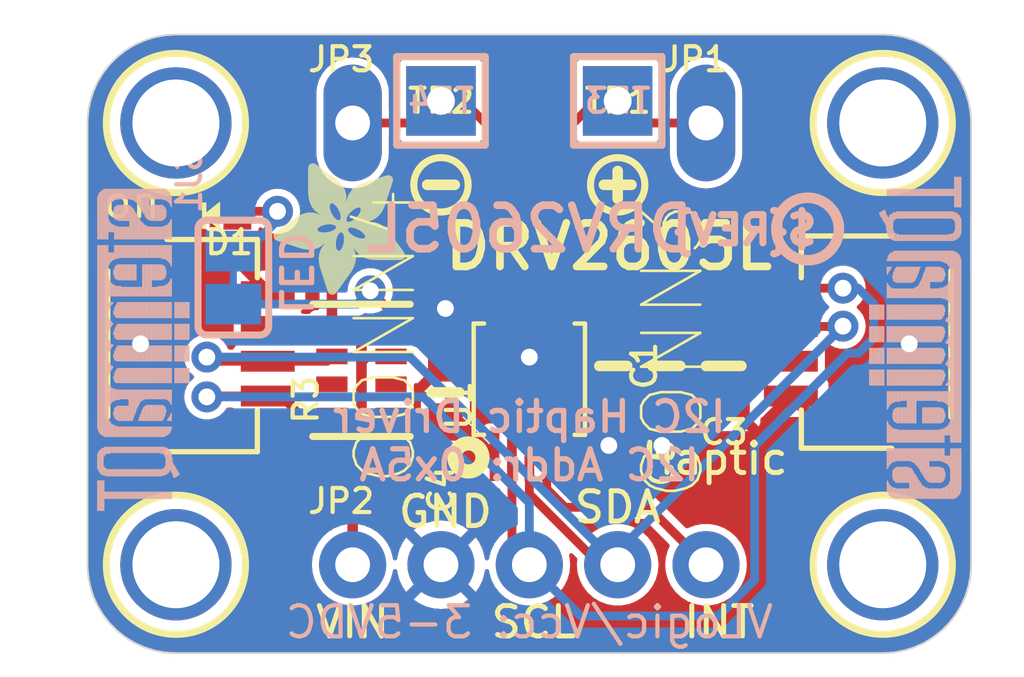
<source format=kicad_pcb>
(kicad_pcb (version 20221018) (generator pcbnew)
  (layers (0 "F.Cu" signal) (31 "B.Cu" signal) (34 "B.Paste" user) (35 "F.Paste" user) (36 "B.SilkS" user "B.Silkscreen") (37 "F.SilkS" user "F.Silkscreen") (38 "B.Mask" user) (39 "F.Mask" user) (44 "Edge.Cuts" user))
  (net 0 "")
  (net 1 "GND")
  (net 2 "SDA")
  (net 3 "SCL")
  (net 4 "VCC")
  (net 5 "N$1")
  (net 6 "OUT+")
  (net 7 "OUT-")
  (net 8 "N$5")
  (net 9 "IN/TRIG")
  (net 10 "N$2")
  (footprint "working:MOUNTINGHOLE_2.5_PLATED" (layer "F.Cu") (at 158.6611 111.3536)
    (fp_text reference "U$21" hide)
    (fp_text value "MOUNTINGHOLE2.5" hide)
    (pad "P$1" thru_hole circle (at 0 0) (size 3.2 3.2) (drill 2.5) (layers "*.Cu" "*.Mask"))
    (zone (net 0) (net_name "") (layer "F.Cu") (connect_pads (clearance 0)) (min_thickness 0.25)
      (keepout (tracks not_allowed) (vias not_allowed) (pads not_allowed) (copperpour not_allowed) (footprints allowed))
      (fill (thermal_gap 0.5) (thermal_bridge_width 0.5))
      (polygon (pts (xy 160.6771 111.3536) (xy 160.65748 111.073027) (xy 160.599004 110.797915) (xy 160.502808 110.533619) (xy 160.370765 110.285283) (xy 160.205446 110.05774) (xy 160.010067 109.85542) (xy 159.788433 109.68226) (xy 159.544856 109.541631) (xy 159.284078 109.43627) (xy 159.011175 109.368228) (xy 158.731457 109.338828) (xy 158.450371 109.348644) (xy 158.173385 109.397484) (xy 157.905893 109.484397) (xy 157.6531 109.607693) (xy 157.419926 109.76497) (xy 157.210911 109.953169) (xy 157.030122 110.168625) (xy 156.881078 110.407145) (xy 156.76668 110.664087) (xy 156.689154 110.93445) (xy 156.650011 111.212971) (xy 156.650011 111.494229) (xy 156.689154 111.77275) (xy 156.76668 112.043113) (xy 156.881078 112.300055) (xy 157.030122 112.538575) (xy 157.210911 112.754031) (xy 157.419926 112.94223) (xy 157.6531 113.099507) (xy 157.905893 113.222803) (xy 158.173385 113.309716) (xy 158.450371 113.358556) (xy 158.731457 113.368372) (xy 159.011175 113.338972) (xy 159.284078 113.27093) (xy 159.544856 113.165569) (xy 159.788433 113.02494) (xy 160.010067 112.85178) (xy 160.205446 112.64946) (xy 160.370765 112.421917) (xy 160.502808 112.173581) (xy 160.599004 111.909285) (xy 160.65748 111.634173)))
      (polygon (pts (xy 158.6451 111.3536) (xy 158.649786 111.364914) (xy 158.6611 111.3696) (xy 158.672414 111.364914) (xy 158.6771 111.3536) (xy 158.672414 111.342286) (xy 158.6611 111.3376) (xy 158.649786 111.342286)))
    )
    (zone (net 0) (net_name "") (layer "B.Cu") (connect_pads (clearance 0)) (min_thickness 0.25)
      (keepout (tracks not_allowed) (vias not_allowed) (pads not_allowed) (copperpour not_allowed) (footprints allowed))
      (fill (thermal_gap 0.5) (thermal_bridge_width 0.5))
      (polygon (pts (xy 160.6771 111.3536) (xy 160.65748 111.073027) (xy 160.599004 110.797915) (xy 160.502808 110.533619) (xy 160.370765 110.285283) (xy 160.205446 110.05774) (xy 160.010067 109.85542) (xy 159.788433 109.68226) (xy 159.544856 109.541631) (xy 159.284078 109.43627) (xy 159.011175 109.368228) (xy 158.731457 109.338828) (xy 158.450371 109.348644) (xy 158.173385 109.397484) (xy 157.905893 109.484397) (xy 157.6531 109.607693) (xy 157.419926 109.76497) (xy 157.210911 109.953169) (xy 157.030122 110.168625) (xy 156.881078 110.407145) (xy 156.76668 110.664087) (xy 156.689154 110.93445) (xy 156.650011 111.212971) (xy 156.650011 111.494229) (xy 156.689154 111.77275) (xy 156.76668 112.043113) (xy 156.881078 112.300055) (xy 157.030122 112.538575) (xy 157.210911 112.754031) (xy 157.419926 112.94223) (xy 157.6531 113.099507) (xy 157.905893 113.222803) (xy 158.173385 113.309716) (xy 158.450371 113.358556) (xy 158.731457 113.368372) (xy 159.011175 113.338972) (xy 159.284078 113.27093) (xy 159.544856 113.165569) (xy 159.788433 113.02494) (xy 160.010067 112.85178) (xy 160.205446 112.64946) (xy 160.370765 112.421917) (xy 160.502808 112.173581) (xy 160.599004 111.909285) (xy 160.65748 111.634173)))
      (polygon (pts (xy 158.6451 111.3536) (xy 158.649786 111.364914) (xy 158.6611 111.3696) (xy 158.672414 111.364914) (xy 158.6771 111.3536) (xy 158.672414 111.342286) (xy 158.6611 111.3376) (xy 158.649786 111.342286)))
    )
  )
  (footprint "working:0603-NO" (layer "F.Cu") (at 146.0881 106.4006 -90)
    (fp_text reference "C4" (at 2.032 0.127 90) (layer "F.SilkS") (effects (font (size 0.692831 0.692831) (thickness 0.119969)) (justify right)))
    (fp_text value "1uF")
    (pad "1" smd rect (at -0.85 0 270) (size 1.075 1) (layers "F.Cu" "F.Paste" "F.Mask") (net 1 "GND"))
    (pad "2" smd rect (at 0.85 0 270) (size 1.075 1) (layers "F.Cu" "F.Paste" "F.Mask") (net 8 "N$5"))
  )
  (footprint "working:PSOP10" (layer "F.Cu") (at 148.5011 106.0196)
    (fp_text reference "U1" (at -2.028 1.524 90) (layer "F.SilkS") (effects (font (size 0.692831 0.692831) (thickness 0.119969)) (justify left)))
    (fp_text value "DRV2605LDGS")
    (pad "1" smd rect (at -1 2.2 90) (size 1.45 0.28) (layers "F.Cu" "F.Paste") (net 8 "N$5"))
    (pad "2" smd rect (at -0.5 2.2 90) (size 1.45 0.28) (layers "F.Cu" "F.Paste") (net 3 "SCL"))
    (pad "3" smd rect (at 0 2.2 90) (size 1.45 0.28) (layers "F.Cu" "F.Paste") (net 2 "SDA"))
    (pad "4" smd rect (at 0.5 2.2 90) (size 1.45 0.28) (layers "F.Cu" "F.Paste") (net 9 "IN/TRIG"))
    (pad "5" smd rect (at 1 2.2 90) (size 1.45 0.28) (layers "F.Cu" "F.Paste") (net 4 "VCC"))
    (pad "6" smd rect (at 1 -2.2 270) (size 1.45 0.28) (layers "F.Cu" "F.Paste") (net 4 "VCC"))
    (pad "7" smd rect (at 0.5 -2.2 270) (size 1.45 0.28) (layers "F.Cu" "F.Paste") (net 6 "OUT+"))
    (pad "8" smd rect (at 0 -2.2 270) (size 1.45 0.28) (layers "F.Cu" "F.Paste") (net 1 "GND"))
    (pad "9" smd rect (at -0.5 -2.2 270) (size 1.45 0.28) (layers "F.Cu" "F.Paste") (net 7 "OUT-"))
    (pad "10" smd rect (at -1 -2.2 270) (size 1.45 0.28) (layers "F.Cu" "F.Paste") (net 4 "VCC"))
  )
  (footprint "working:MOUNTINGHOLE_2.5_PLATED" (layer "F.Cu") (at 138.3411 98.6536)
    (fp_text reference "U$1" hide)
    (fp_text value "MOUNTINGHOLE2.5" hide)
    (pad "P$1" thru_hole circle (at 0 0) (size 3.2 3.2) (drill 2.5) (layers "*.Cu" "*.Mask"))
    (zone (net 0) (net_name "") (layer "F.Cu") (connect_pads (clearance 0)) (min_thickness 0.25)
      (keepout (tracks not_allowed) (vias not_allowed) (pads not_allowed) (copperpour not_allowed) (footprints allowed))
      (fill (thermal_gap 0.5) (thermal_bridge_width 0.5))
      (polygon (pts (xy 140.3571 98.6536) (xy 140.33748 98.373027) (xy 140.279004 98.097915) (xy 140.182808 97.833619) (xy 140.050765 97.585283) (xy 139.885446 97.35774) (xy 139.690067 97.15542) (xy 139.468433 96.98226) (xy 139.224856 96.841631) (xy 138.964078 96.73627) (xy 138.691175 96.668228) (xy 138.411457 96.638828) (xy 138.130371 96.648644) (xy 137.853385 96.697484) (xy 137.585893 96.784397) (xy 137.3331 96.907693) (xy 137.099926 97.06497) (xy 136.890911 97.253169) (xy 136.710122 97.468625) (xy 136.561078 97.707145) (xy 136.44668 97.964087) (xy 136.369154 98.23445) (xy 136.330011 98.512971) (xy 136.330011 98.794229) (xy 136.369154 99.07275) (xy 136.44668 99.343113) (xy 136.561078 99.600055) (xy 136.710122 99.838575) (xy 136.890911 100.054031) (xy 137.099926 100.24223) (xy 137.3331 100.399507) (xy 137.585893 100.522803) (xy 137.853385 100.609716) (xy 138.130371 100.658556) (xy 138.411457 100.668372) (xy 138.691175 100.638972) (xy 138.964078 100.57093) (xy 139.224856 100.465569) (xy 139.468433 100.32494) (xy 139.690067 100.15178) (xy 139.885446 99.94946) (xy 140.050765 99.721917) (xy 140.182808 99.473581) (xy 140.279004 99.209285) (xy 140.33748 98.934173)))
      (polygon (pts (xy 138.3251 98.6536) (xy 138.329786 98.664914) (xy 138.3411 98.6696) (xy 138.352414 98.664914) (xy 138.3571 98.6536) (xy 138.352414 98.642286) (xy 138.3411 98.6376) (xy 138.329786 98.642286)))
    )
    (zone (net 0) (net_name "") (layer "B.Cu") (connect_pads (clearance 0)) (min_thickness 0.25)
      (keepout (tracks not_allowed) (vias not_allowed) (pads not_allowed) (copperpour not_allowed) (footprints allowed))
      (fill (thermal_gap 0.5) (thermal_bridge_width 0.5))
      (polygon (pts (xy 140.3571 98.6536) (xy 140.33748 98.373027) (xy 140.279004 98.097915) (xy 140.182808 97.833619) (xy 140.050765 97.585283) (xy 139.885446 97.35774) (xy 139.690067 97.15542) (xy 139.468433 96.98226) (xy 139.224856 96.841631) (xy 138.964078 96.73627) (xy 138.691175 96.668228) (xy 138.411457 96.638828) (xy 138.130371 96.648644) (xy 137.853385 96.697484) (xy 137.585893 96.784397) (xy 137.3331 96.907693) (xy 137.099926 97.06497) (xy 136.890911 97.253169) (xy 136.710122 97.468625) (xy 136.561078 97.707145) (xy 136.44668 97.964087) (xy 136.369154 98.23445) (xy 136.330011 98.512971) (xy 136.330011 98.794229) (xy 136.369154 99.07275) (xy 136.44668 99.343113) (xy 136.561078 99.600055) (xy 136.710122 99.838575) (xy 136.890911 100.054031) (xy 137.099926 100.24223) (xy 137.3331 100.399507) (xy 137.585893 100.522803) (xy 137.853385 100.609716) (xy 138.130371 100.658556) (xy 138.411457 100.668372) (xy 138.691175 100.638972) (xy 138.964078 100.57093) (xy 139.224856 100.465569) (xy 139.468433 100.32494) (xy 139.690067 100.15178) (xy 139.885446 99.94946) (xy 140.050765 99.721917) (xy 140.182808 99.473581) (xy 140.279004 99.209285) (xy 140.33748 98.934173)))
      (polygon (pts (xy 138.3251 98.6536) (xy 138.329786 98.664914) (xy 138.3411 98.6696) (xy 138.352414 98.664914) (xy 138.3571 98.6536) (xy 138.352414 98.642286) (xy 138.3411 98.6376) (xy 138.329786 98.642286)))
    )
  )
  (footprint "working:SYMBOL_MINUS" (layer "F.Cu") (at 145.9611 100.4316)
    (fp_text reference "U$3" hide)
    (fp_text value "" hide)
  )
  (footprint "working:CHIPLED_0603_NOOUTLINE" (layer "F.Cu") (at 139.3571 101.3206 90)
    (fp_text reference "D1" (at -0.762 1.27) (layer "F.SilkS") (effects (font (size 0.692831 0.692831) (thickness 0.119969)) (justify right)))
    (fp_text value "GREEN")
    (pad "A" smd rect (at 0 0.75 90) (size 0.8 0.8) (layers "F.Cu" "F.Paste" "F.Mask") (net 10 "N$2"))
    (pad "C" smd rect (at 0 -0.75 90) (size 0.8 0.8) (layers "F.Cu" "F.Paste" "F.Mask") (net 1 "GND"))
  )
  (footprint "working:ADAFRUIT_3.5MM" (layer "F.Cu") (at 144.9451 99.7966 180)
    (fp_text reference "U$22" hide)
    (fp_text value "" hide)
  )
  (footprint "working:TESTPOINT_PAD_2MM" (layer "F.Cu") (at 145.9611 98.0186)
    (fp_text reference "TP2" (at -1.016 0) (layer "F.SilkS") (effects (font (size 0.692831 0.692831) (thickness 0.119969)) (justify left)))
    (fp_text value "")
    (pad "P$1" smd rect (at 0 0) (size 2 2) (layers "F.Cu" "F.Mask") (net 7 "OUT-"))
  )
  (footprint "working:MOUNTINGHOLE_2.5_PLATED" (layer "F.Cu") (at 138.3411 111.3536)
    (fp_text reference "U$19" hide)
    (fp_text value "MOUNTINGHOLE2.5" hide)
    (pad "P$1" thru_hole circle (at 0 0) (size 3.2 3.2) (drill 2.5) (layers "*.Cu" "*.Mask"))
    (zone (net 0) (net_name "") (layer "F.Cu") (connect_pads (clearance 0)) (min_thickness 0.25)
      (keepout (tracks not_allowed) (vias not_allowed) (pads not_allowed) (copperpour not_allowed) (footprints allowed))
      (fill (thermal_gap 0.5) (thermal_bridge_width 0.5))
      (polygon (pts (xy 140.3571 111.3536) (xy 140.33748 111.073027) (xy 140.279004 110.797915) (xy 140.182808 110.533619) (xy 140.050765 110.285283) (xy 139.885446 110.05774) (xy 139.690067 109.85542) (xy 139.468433 109.68226) (xy 139.224856 109.541631) (xy 138.964078 109.43627) (xy 138.691175 109.368228) (xy 138.411457 109.338828) (xy 138.130371 109.348644) (xy 137.853385 109.397484) (xy 137.585893 109.484397) (xy 137.3331 109.607693) (xy 137.099926 109.76497) (xy 136.890911 109.953169) (xy 136.710122 110.168625) (xy 136.561078 110.407145) (xy 136.44668 110.664087) (xy 136.369154 110.93445) (xy 136.330011 111.212971) (xy 136.330011 111.494229) (xy 136.369154 111.77275) (xy 136.44668 112.043113) (xy 136.561078 112.300055) (xy 136.710122 112.538575) (xy 136.890911 112.754031) (xy 137.099926 112.94223) (xy 137.3331 113.099507) (xy 137.585893 113.222803) (xy 137.853385 113.309716) (xy 138.130371 113.358556) (xy 138.411457 113.368372) (xy 138.691175 113.338972) (xy 138.964078 113.27093) (xy 139.224856 113.165569) (xy 139.468433 113.02494) (xy 139.690067 112.85178) (xy 139.885446 112.64946) (xy 140.050765 112.421917) (xy 140.182808 112.173581) (xy 140.279004 111.909285) (xy 140.33748 111.634173)))
      (polygon (pts (xy 138.3251 111.3536) (xy 138.329786 111.364914) (xy 138.3411 111.3696) (xy 138.352414 111.364914) (xy 138.3571 111.3536) (xy 138.352414 111.342286) (xy 138.3411 111.3376) (xy 138.329786 111.342286)))
    )
    (zone (net 0) (net_name "") (layer "B.Cu") (connect_pads (clearance 0)) (min_thickness 0.25)
      (keepout (tracks not_allowed) (vias not_allowed) (pads not_allowed) (copperpour not_allowed) (footprints allowed))
      (fill (thermal_gap 0.5) (thermal_bridge_width 0.5))
      (polygon (pts (xy 140.3571 111.3536) (xy 140.33748 111.073027) (xy 140.279004 110.797915) (xy 140.182808 110.533619) (xy 140.050765 110.285283) (xy 139.885446 110.05774) (xy 139.690067 109.85542) (xy 139.468433 109.68226) (xy 139.224856 109.541631) (xy 138.964078 109.43627) (xy 138.691175 109.368228) (xy 138.411457 109.338828) (xy 138.130371 109.348644) (xy 137.853385 109.397484) (xy 137.585893 109.484397) (xy 137.3331 109.607693) (xy 137.099926 109.76497) (xy 136.890911 109.953169) (xy 136.710122 110.168625) (xy 136.561078 110.407145) (xy 136.44668 110.664087) (xy 136.369154 110.93445) (xy 136.330011 111.212971) (xy 136.330011 111.494229) (xy 136.369154 111.77275) (xy 136.44668 112.043113) (xy 136.561078 112.300055) (xy 136.710122 112.538575) (xy 136.890911 112.754031) (xy 137.099926 112.94223) (xy 137.3331 113.099507) (xy 137.585893 113.222803) (xy 137.853385 113.309716) (xy 138.130371 113.358556) (xy 138.411457 113.368372) (xy 138.691175 113.338972) (xy 138.964078 113.27093) (xy 139.224856 113.165569) (xy 139.468433 113.02494) (xy 139.690067 112.85178) (xy 139.885446 112.64946) (xy 140.050765 112.421917) (xy 140.182808 112.173581) (xy 140.279004 111.909285) (xy 140.33748 111.634173)))
      (polygon (pts (xy 138.3251 111.3536) (xy 138.329786 111.364914) (xy 138.3411 111.3696) (xy 138.352414 111.364914) (xy 138.3571 111.3536) (xy 138.352414 111.342286) (xy 138.3411 111.3376) (xy 138.329786 111.342286)))
    )
  )
  (footprint "working:JST_SH4" (layer "F.Cu") (at 138.4681 105.0036 -90)
    (fp_text reference "CONN4" (at -4.6 -5.9 90) (layer "F.SilkS") (effects (font (size 1.703222 1.703222) (thickness 0.074778)) (justify right)))
    (fp_text value "STEMMA_I2C_QT" hide)
    (pad "1" smd rect (at -1.5 -2.514) (size 1.55 0.6) (layers "F.Cu" "F.Paste" "F.Mask") (net 1 "GND"))
    (pad "2" smd rect (at -0.5 -2.514) (size 1.55 0.6) (layers "F.Cu" "F.Paste" "F.Mask") (net 4 "VCC"))
    (pad "3" smd rect (at 0.5 -2.514) (size 1.55 0.6) (layers "F.Cu" "F.Paste" "F.Mask") (net 2 "SDA"))
    (pad "4" smd rect (at 1.5 -2.514) (size 1.55 0.6) (layers "F.Cu" "F.Paste" "F.Mask") (net 3 "SCL"))
    (pad "MT1" smd rect (at -2.8 1.386) (size 1.8 1.2) (layers "F.Cu" "F.Paste" "F.Mask") (net 1 "GND"))
    (pad "MT2" smd rect (at 2.8 1.386) (size 1.8 1.2) (layers "F.Cu" "F.Paste" "F.Mask") (net 1 "GND"))
  )
  (footprint "working:1X01_OVAL" (layer "F.Cu") (at 153.5811 98.6536)
    (fp_text reference "JP1" (at -1.3462 -1.8288) (layer "F.SilkS") (effects (font (size 0.692831 0.692831) (thickness 0.119969)) (justify left)))
    (fp_text value "")
    (pad "1" thru_hole oval (at 0 0 90) (size 3.3528 1.6764) (drill 1) (layers "*.Cu" "*.Mask") (net 6 "OUT+"))
  )
  (footprint "working:JST_SH4" (layer "F.Cu") (at 158.5341 105.0036 90)
    (fp_text reference "CONN3" (at -4.6 -5.9 90) (layer "F.SilkS") (effects (font (size 1.703222 1.703222) (thickness 0.074778)) (justify left)))
    (fp_text value "STEMMA_I2C_QT" hide)
    (pad "1" smd rect (at -1.5 -2.514 180) (size 1.55 0.6) (layers "F.Cu" "F.Paste" "F.Mask") (net 1 "GND"))
    (pad "2" smd rect (at -0.5 -2.514 180) (size 1.55 0.6) (layers "F.Cu" "F.Paste" "F.Mask") (net 4 "VCC"))
    (pad "3" smd rect (at 0.5 -2.514 180) (size 1.55 0.6) (layers "F.Cu" "F.Paste" "F.Mask") (net 2 "SDA"))
    (pad "4" smd rect (at 1.5 -2.514 180) (size 1.55 0.6) (layers "F.Cu" "F.Paste" "F.Mask") (net 3 "SCL"))
    (pad "MT1" smd rect (at -2.8 1.386 180) (size 1.8 1.2) (layers "F.Cu" "F.Paste" "F.Mask") (net 1 "GND"))
    (pad "MT2" smd rect (at 2.8 1.386 180) (size 1.8 1.2) (layers "F.Cu" "F.Paste" "F.Mask") (net 1 "GND"))
  )
  (footprint "working:1X01_OVAL" (layer "F.Cu") (at 143.4211 98.6536)
    (fp_text reference "JP3" (at -1.3462 -1.8288) (layer "F.SilkS") (effects (font (size 0.692831 0.692831) (thickness 0.119969)) (justify left)))
    (fp_text value "")
    (pad "1" thru_hole oval (at 0 0 90) (size 3.3528 1.6764) (drill 1) (layers "*.Cu" "*.Mask") (net 7 "OUT-"))
  )
  (footprint "working:FIDUCIAL_1MM" (layer "F.Cu") (at 155.7401 99.9236)
    (fp_text reference "FID4" hide)
    (fp_text value "FIDUCIAL_1MM" hide)
    (pad "1" smd roundrect (at 0 0) (size 1 1) (layers "F.Cu" "F.Mask") (roundrect_rratio 0.5))
  )
  (footprint "working:RESPACK_4X0603" (layer "F.Cu") (at 143.6751 105.7656 90)
    (fp_text reference "R3" (at -1.6 -1.6 90) (layer "F.SilkS") (effects (font (size 0.692831 0.692831) (thickness 0.119969)) (justify left)))
    (fp_text value "10K")
    (pad "1" smd rect (at -1.3 0.85 90) (size 0.45 0.9) (layers "F.Cu" "F.Paste" "F.Mask") (net 4 "VCC"))
    (pad "2" smd rect (at -0.4 0.85 90) (size 0.45 0.9) (layers "F.Cu" "F.Paste" "F.Mask"))
    (pad "3" smd rect (at 0.4 0.85 90) (size 0.45 0.9) (layers "F.Cu" "F.Paste" "F.Mask") (net 4 "VCC"))
    (pad "4" smd rect (at 1.3 0.85 90) (size 0.45 0.9) (layers "F.Cu" "F.Paste" "F.Mask") (net 5 "N$1"))
    (pad "5" smd rect (at 1.3 -0.85 90) (size 0.45 0.9) (layers "F.Cu" "F.Paste" "F.Mask") (net 4 "VCC"))
    (pad "6" smd rect (at 0.4 -0.85 90) (size 0.45 0.9) (layers "F.Cu" "F.Paste" "F.Mask") (net 2 "SDA"))
    (pad "7" smd rect (at -0.4 -0.85 90) (size 0.45 0.9) (layers "F.Cu" "F.Paste" "F.Mask"))
    (pad "8" smd rect (at -1.3 -0.85 90) (size 0.45 0.9) (layers "F.Cu" "F.Paste" "F.Mask") (net 3 "SCL"))
  )
  (footprint "working:FIDUCIAL_1MM" (layer "F.Cu") (at 141.6431 108.9406)
    (fp_text reference "FID3" hide)
    (fp_text value "FIDUCIAL_1MM" hide)
    (pad "1" smd roundrect (at 0 0) (size 1 1) (layers "F.Cu" "F.Mask") (roundrect_rratio 0.5))
  )
  (footprint "working:TESTPOINT_PAD_2MM" (layer "F.Cu") (at 151.0411 98.0186)
    (fp_text reference "TP1" (at -1.016 0) (layer "F.SilkS") (effects (font (size 0.692831 0.692831) (thickness 0.119969)) (justify left)))
    (fp_text value "")
    (pad "P$1" smd rect (at 0 0) (size 2 2) (layers "F.Cu" "F.Mask") (net 6 "OUT+"))
  )
  (footprint "working:1X05_ROUND_76" (layer "F.Cu") (at 148.5011 111.3536)
    (fp_text reference "JP2" (at -6.4262 -1.8288) (layer "F.SilkS") (effects (font (size 0.692831 0.692831) (thickness 0.119969)) (justify left)))
    (fp_text value "")
    (pad "1" thru_hole circle (at -5.08 0 90) (size 1.9304 1.9304) (drill 1) (layers "*.Cu" "*.Mask") (net 4 "VCC"))
    (pad "2" thru_hole circle (at -2.54 0 90) (size 1.9304 1.9304) (drill 1) (layers "*.Cu" "*.Mask") (net 1 "GND"))
    (pad "3" thru_hole circle (at 0 0 90) (size 1.9304 1.9304) (drill 1) (layers "*.Cu" "*.Mask") (net 3 "SCL"))
    (pad "4" thru_hole circle (at 2.54 0 90) (size 1.9304 1.9304) (drill 1) (layers "*.Cu" "*.Mask") (net 2 "SDA"))
    (pad "5" thru_hole circle (at 5.08 0 90) (size 1.9304 1.9304) (drill 1) (layers "*.Cu" "*.Mask") (net 9 "IN/TRIG"))
  )
  (footprint "working:MOUNTINGHOLE_2.5_PLATED" (layer "F.Cu") (at 158.6611 98.6536)
    (fp_text reference "U$17" hide)
    (fp_text value "MOUNTINGHOLE2.5" hide)
    (pad "P$1" thru_hole circle (at 0 0) (size 3.2 3.2) (drill 2.5) (layers "*.Cu" "*.Mask"))
    (zone (net 0) (net_name "") (layer "F.Cu") (connect_pads (clearance 0)) (min_thickness 0.25)
      (keepout (tracks not_allowed) (vias not_allowed) (pads not_allowed) (copperpour not_allowed) (footprints allowed))
      (fill (thermal_gap 0.5) (thermal_bridge_width 0.5))
      (polygon (pts (xy 160.6771 98.6536) (xy 160.65748 98.373027) (xy 160.599004 98.097915) (xy 160.502808 97.833619) (xy 160.370765 97.585283) (xy 160.205446 97.35774) (xy 160.010067 97.15542) (xy 159.788433 96.98226) (xy 159.544856 96.841631) (xy 159.284078 96.73627) (xy 159.011175 96.668228) (xy 158.731457 96.638828) (xy 158.450371 96.648644) (xy 158.173385 96.697484) (xy 157.905893 96.784397) (xy 157.6531 96.907693) (xy 157.419926 97.06497) (xy 157.210911 97.253169) (xy 157.030122 97.468625) (xy 156.881078 97.707145) (xy 156.76668 97.964087) (xy 156.689154 98.23445) (xy 156.650011 98.512971) (xy 156.650011 98.794229) (xy 156.689154 99.07275) (xy 156.76668 99.343113) (xy 156.881078 99.600055) (xy 157.030122 99.838575) (xy 157.210911 100.054031) (xy 157.419926 100.24223) (xy 157.6531 100.399507) (xy 157.905893 100.522803) (xy 158.173385 100.609716) (xy 158.450371 100.658556) (xy 158.731457 100.668372) (xy 159.011175 100.638972) (xy 159.284078 100.57093) (xy 159.544856 100.465569) (xy 159.788433 100.32494) (xy 160.010067 100.15178) (xy 160.205446 99.94946) (xy 160.370765 99.721917) (xy 160.502808 99.473581) (xy 160.599004 99.209285) (xy 160.65748 98.934173)))
      (polygon (pts (xy 158.6451 98.6536) (xy 158.649786 98.664914) (xy 158.6611 98.6696) (xy 158.672414 98.664914) (xy 158.6771 98.6536) (xy 158.672414 98.642286) (xy 158.6611 98.6376) (xy 158.649786 98.642286)))
    )
    (zone (net 0) (net_name "") (layer "B.Cu") (connect_pads (clearance 0)) (min_thickness 0.25)
      (keepout (tracks not_allowed) (vias not_allowed) (pads not_allowed) (copperpour not_allowed) (footprints allowed))
      (fill (thermal_gap 0.5) (thermal_bridge_width 0.5))
      (polygon (pts (xy 160.6771 98.6536) (xy 160.65748 98.373027) (xy 160.599004 98.097915) (xy 160.502808 97.833619) (xy 160.370765 97.585283) (xy 160.205446 97.35774) (xy 160.010067 97.15542) (xy 159.788433 96.98226) (xy 159.544856 96.841631) (xy 159.284078 96.73627) (xy 159.011175 96.668228) (xy 158.731457 96.638828) (xy 158.450371 96.648644) (xy 158.173385 96.697484) (xy 157.905893 96.784397) (xy 157.6531 96.907693) (xy 157.419926 97.06497) (xy 157.210911 97.253169) (xy 157.030122 97.468625) (xy 156.881078 97.707145) (xy 156.76668 97.964087) (xy 156.689154 98.23445) (xy 156.650011 98.512971) (xy 156.650011 98.794229) (xy 156.689154 99.07275) (xy 156.76668 99.343113) (xy 156.881078 99.600055) (xy 157.030122 99.838575) (xy 157.210911 100.054031) (xy 157.419926 100.24223) (xy 157.6531 100.399507) (xy 157.905893 100.522803) (xy 158.173385 100.609716) (xy 158.450371 100.658556) (xy 158.731457 100.668372) (xy 159.011175 100.638972) (xy 159.284078 100.57093) (xy 159.544856 100.465569) (xy 159.788433 100.32494) (xy 160.010067 100.15178) (xy 160.205446 99.94946) (xy 160.370765 99.721917) (xy 160.502808 99.473581) (xy 160.599004 99.209285) (xy 160.65748 98.934173)))
      (polygon (pts (xy 158.6451 98.6536) (xy 158.649786 98.664914) (xy 158.6611 98.6696) (xy 158.672414 98.664914) (xy 158.6771 98.6536) (xy 158.672414 98.642286) (xy 158.6611 98.6376) (xy 158.649786 98.642286)))
    )
  )
  (footprint "working:0603-NO" (layer "F.Cu") (at 152.4381 105.6386 -90)
    (fp_text reference "C5" (at 2.032 0.127 90) (layer "F.SilkS") (effects (font (size 0.692831 0.692831) (thickness 0.119969)) (justify right)))
    (fp_text value "1uF")
    (pad "1" smd rect (at -0.85 0 270) (size 1.075 1) (layers "F.Cu" "F.Paste" "F.Mask") (net 4 "VCC"))
    (pad "2" smd rect (at 0.85 0 270) (size 1.075 1) (layers "F.Cu" "F.Paste" "F.Mask") (net 1 "GND"))
  )
  (footprint "working:0805-NO" (layer "F.Cu") (at 154.0891 105.6386 -90)
    (fp_text reference "C3" (at 1.905 -0.762) (layer "F.SilkS") (effects (font (size 0.692831 0.692831) (thickness 0.119969)) (justify right)))
    (fp_text value "10uF")
    (pad "1" smd rect (at -0.95 0 270) (size 1.24 1.5) (layers "F.Cu" "F.Paste" "F.Mask") (net 4 "VCC"))
    (pad "2" smd rect (at 0.95 0 270) (size 1.24 1.5) (layers "F.Cu" "F.Paste" "F.Mask") (net 1 "GND"))
  )
  (footprint "working:0603-NO" (layer "F.Cu") (at 150.9141 105.6386 -90)
    (fp_text reference "C1" (at -0.762 -0.889 90) (layer "F.SilkS") (effects (font (size 0.692831 0.692831) (thickness 0.119969)) (justify right)))
    (fp_text value "0.1uF")
    (pad "1" smd rect (at -0.85 0 270) (size 1.075 1) (layers "F.Cu" "F.Paste" "F.Mask") (net 4 "VCC"))
    (pad "2" smd rect (at 0.85 0 270) (size 1.075 1) (layers "F.Cu" "F.Paste" "F.Mask") (net 1 "GND"))
  )
  (footprint "working:SYMBOL_PLUS" (layer "F.Cu") (at 151.0411 100.4316)
    (fp_text reference "U$2" hide)
    (fp_text value "" hide)
  )
  (footprint "working:SOLDERJUMPER_CLOSEDWIRE" (layer "B.Cu") (at 139.9921 103.0986 -90)
    (fp_text reference "SJ1" (at -1.778 1.27 -270) (layer "B.SilkS") (effects (font (size 0.692831 0.692831) (thickness 0.119969)) (justify right mirror)))
    (fp_text value "")
    (pad "1" smd rect (at -0.762 0 270) (size 1.1684 1.6002) (layers "B.Cu") (net 10 "N$2"))
    (pad "2" smd rect (at 0.762 0 270) (size 1.1684 1.6002) (layers "B.Cu") (net 5 "N$1"))
    (pad "WIRE" smd rect (at 0 0 90) (size 0.635 0.2032) (layers "B.Cu"))
  )
  (footprint "working:TESTPOINT_PAD_2MM" (layer "B.Cu") (at 145.9611 98.0186 180)
    (fp_text reference "TP4" (at -1.016 0) (layer "B.SilkS") (effects (font (size 0.692831 0.692831) (thickness 0.119969)) (justify left mirror)))
    (fp_text value "")
    (pad "P$1" smd rect (at 0 0 180) (size 2 2) (layers "B.Cu" "B.Mask") (net 7 "OUT-"))
  )
  (footprint "working:STEMMAQT" (layer "B.Cu") (at 158.2801 109.4486 90)
    (fp_text reference "U$30" hide)
    (fp_text value "" hide)
  )
  (footprint "working:TESTPOINT_PAD_2MM" (layer "B.Cu") (at 151.0411 98.0186 180)
    (fp_text reference "TP3" (at -1.016 0) (layer "B.SilkS") (effects (font (size 0.692831 0.692831) (thickness 0.119969)) (justify left mirror)))
    (fp_text value "")
    (pad "P$1" smd rect (at 0 0 180) (size 2 2) (layers "B.Cu" "B.Mask") (net 6 "OUT+"))
  )
  (footprint "working:PCBFEAT-REV-040" (layer "B.Cu") (at 156.5021 101.7016 180)
    (fp_text reference "U$25" hide)
    (fp_text value "" hide)
    (fp_text user "${REV}" (at -0.3556 -0.508) (layer "B.SilkS") (effects (font (size 0.8128 0.8128) (thickness 0.2032)) (justify left bottom mirror)))
  )
  (footprint "working:STEMMAQT" (layer "B.Cu") (at 138.7221 100.5586 -90)
    (fp_text reference "U$31" hide)
    (fp_text value "" hide)
  )
  (gr_arc (start 138.3411 113.8936) (mid 136.545049 113.149651) (end 135.8011 111.3536) (stroke (width 0.05)) (layer "Edge.Cuts"))
  (gr_line (start 138.3411 113.8936) (end 158.6611 113.8936) (stroke (width 0.05)) (layer "Edge.Cuts"))
  (gr_line (start 158.6611 96.1136) (end 138.3411 96.1136) (stroke (width 0.05)) (layer "Edge.Cuts"))
  (gr_arc (start 158.6611 96.1136) (mid 160.457151 96.857549) (end 161.2011 98.6536) (stroke (width 0.05)) (layer "Edge.Cuts"))
  (gr_line (start 135.8011 98.6536) (end 135.8011 111.3536) (stroke (width 0.05)) (layer "Edge.Cuts"))
  (gr_arc (start 161.2011 111.3536) (mid 160.457151 113.149651) (end 158.6611 113.8936) (stroke (width 0.05)) (layer "Edge.Cuts"))
  (gr_arc (start 135.8011 98.6536) (mid 136.545049 96.857549) (end 138.3411 96.1136) (stroke (width 0.05)) (layer "Edge.Cuts"))
  (gr_line (start 161.2011 111.3536) (end 161.2011 98.6536) (stroke (width 0.05)) (layer "Edge.Cuts"))
  (gr_text "LED" (at 141.7701 102.9716 -90) (layer "B.SilkS") (effects (font (size 0.8636 0.8636) (thickness 0.1524)) (justify mirror)))
  (gr_text "VLogic/Vcc: 3-5VDC" (at 148.5011 113.0046) (layer "B.SilkS") (effects (font (size 0.89408 0.89408) (thickness 0.12192)) (justify mirror)))
  (gr_text "DRV2605L" (at 148.5011 101.7016) (layer "B.SilkS") (effects (font (size 1.25222 1.25222) (thickness 0.22098)) (justify mirror)))
  (gr_text "I2C Haptic Driver\nI2C Addr: 0x5A" (at 148.5011 107.7976) (layer "B.SilkS") (effects (font (size 0.8636 0.8636) (thickness 0.1524)) (justify mirror)))
  (gr_text "VIN" (at 143.4211 113.0046) (layer "F.SilkS") (effects (font (size 0.87376 0.87376) (thickness 0.14224))))
  (gr_text "Haptic" (at 153.8351 108.3056) (layer "F.SilkS") (effects (font (size 0.87376 0.87376) (thickness 0.14224))))
  (gr_text "DRV2605L" (at 150.7871 102.2096) (layer "F.SilkS") (effects (font (size 1.25222 1.25222) (thickness 0.22098))))
  (gr_text "INT" (at 153.9621 113.0046) (layer "F.SilkS") (effects (font (size 0.87376 0.87376) (thickness 0.14224))))
  (gr_text "SDA" (at 151.0411 109.7026) (layer "F.SilkS") (effects (font (size 0.87376 0.87376) (thickness 0.14224))))
  (gr_text "on" (at 136.1821 101.4476) (layer "F.SilkS") (effects (font (size 0.89408 0.89408) (thickness 0.12192)) (justify left bottom)))
  (gr_text "SCL" (at 148.6281 113.0046) (layer "F.SilkS") (effects (font (size 0.87376 0.87376) (thickness 0.14224))))
  (gr_text "GND" (at 146.0881 109.8296) (layer "F.SilkS") (effects (font (size 0.87376 0.87376) (thickness 0.14224))))
  (segment (start 148.5011 103.8196) (end 148.5011 105.3846) (width 0.3048) (layer "F.Cu") (net 1))
  (via (at 137.3251 105.0036) (size 0.889) (drill 0.4826) (layers "F.Cu" "B.Cu") (net 1))
  (via (at 150.7871 107.9246) (size 0.889) (drill 0.4826) (layers "F.Cu" "B.Cu") (net 1))
  (via (at 159.4231 105.0036) (size 0.889) (drill 0.4826) (layers "F.Cu" "B.Cu") (net 1))
  (via (at 146.0881 103.9876) (size 0.889) (drill 0.4826) (layers "F.Cu" "B.Cu") (net 1))
  (via (at 152.3111 107.9246) (size 0.889) (drill 0.4826) (layers "F.Cu" "B.Cu") (net 1))
  (via (at 148.5011 105.3846) (size 0.889) (drill 0.4826) (layers "F.Cu" "B.Cu") (net 1))
  (segment (start 157.5181 104.4956) (end 157.5101 104.5036) (width 0.254) (layer "F.Cu") (net 2))
  (segment (start 148.5011 108.2196) (end 148.5011 109.3216) (width 0.254) (layer "F.Cu") (net 2))
  (segment (start 139.3491 105.5036) (end 139.2301 105.3846) (width 0.254) (layer "F.Cu") (net 2))
  (segment (start 157.5101 104.5036) (end 156.0201 104.5036) (width 0.254) (layer "F.Cu") (net 2))
  (segment (start 148.5011 109.3216) (end 150.5331 111.3536) (width 0.254) (layer "F.Cu") (net 2))
  (segment (start 150.5331 111.3536) (end 151.0411 111.3536) (width 0.254) (layer "F.Cu") (net 2))
  (segment (start 140.9821 105.5036) (end 142.6871 105.5036) (width 0.254) (layer "F.Cu") (net 2))
  (segment (start 140.9821 105.5036) (end 139.3491 105.5036) (width 0.254) (layer "F.Cu") (net 2))
  (segment (start 142.6871 105.5036) (end 142.8251 105.3656) (width 0.254) (layer "F.Cu") (net 2))
  (via (at 139.2301 105.3846) (size 0.889) (drill 0.4826) (layers "F.Cu" "B.Cu") (net 2))
  (via (at 157.5181 104.4956) (size 0.889) (drill 0.4826) (layers "F.Cu" "B.Cu") (net 2))
  (segment (start 151.0411 111.3536) (end 151.0411 110.9726) (width 0.254) (layer "B.Cu") (net 2))
  (segment (start 139.2301 105.3846) (end 145.0721 105.3846) (width 0.254) (layer "B.Cu") (net 2))
  (segment (start 151.0411 110.9726) (end 157.5181 104.4956) (width 0.254) (layer "B.Cu") (net 2))
  (segment (start 145.0721 105.3846) (end 151.0411 111.3536) (width 0.254) (layer "B.Cu") (net 2))
  (segment (start 148.0011 108.2196) (end 148.0011 110.8536) (width 0.254) (layer "F.Cu") (net 3))
  (segment (start 148.0011 110.8536) (end 148.5011 111.3536) (width 0.254) (layer "F.Cu") (net 3))
  (segment (start 140.9821 106.5036) (end 141.3651 106.5036) (width 0.254) (layer "F.Cu") (net 3))
  (segment (start 141.3651 106.5036) (end 141.9271 107.0656) (width 0.254) (layer "F.Cu") (net 3))
  (segment (start 156.1203 103.4034) (end 157.5181 103.4034) (width 0.254) (layer "F.Cu") (net 3))
  (segment (start 139.2541 106.5036) (end 139.2301 106.5276) (width 0.254) (layer "F.Cu") (net 3))
  (segment (start 141.9271 107.0656) (end 142.8251 107.0656) (width 0.254) (layer "F.Cu") (net 3))
  (segment (start 140.9821 106.5036) (end 139.2541 106.5036) (width 0.254) (layer "F.Cu") (net 3))
  (segment (start 156.0201 103.5036) (end 156.1203 103.4034) (width 0.254) (layer "F.Cu") (net 3))
  (via (at 157.5181 103.4034) (size 0.889) (drill 0.4826) (layers "F.Cu" "B.Cu") (net 3))
  (via (at 139.2301 106.5276) (size 0.889) (drill 0.4826) (layers "F.Cu" "B.Cu") (net 3))
  (segment (start 157.9499 103.4034) (end 158.4071 103.8606) (width 0.254) (layer "B.Cu") (net 3))
  (segment (start 154.9781 111.788575) (end 154.9781 107.936182) (width 0.254) (layer "B.Cu") (net 3))
  (segment (start 148.5011 111.3536) (end 149.9743 112.8268) (width 0.254) (layer "B.Cu") (net 3))
  (segment (start 153.939875 112.8268) (end 154.9781 111.788575) (width 0.254) (layer "B.Cu") (net 3))
  (segment (start 145.4531 106.5276) (end 148.5011 109.5756) (width 0.254) (layer "B.Cu") (net 3))
  (segment (start 139.2301 106.5276) (end 145.4531 106.5276) (width 0.254) (layer "B.Cu") (net 3))
  (segment (start 157.643981 105.2703) (end 157.965993 105.2703) (width 0.254) (layer "B.Cu") (net 3))
  (segment (start 158.4071 104.829194) (end 157.965993 105.2703) (width 0.254) (layer "B.Cu") (net 3))
  (segment (start 154.9781 107.936182) (end 157.643981 105.2703) (width 0.254) (layer "B.Cu") (net 3))
  (segment (start 148.5011 109.5756) (end 148.5011 111.3536) (width 0.254) (layer "B.Cu") (net 3))
  (segment (start 157.5181 103.4034) (end 157.9499 103.4034) (width 0.254) (layer "B.Cu") (net 3))
  (segment (start 149.9743 112.8268) (end 153.939875 112.8268) (width 0.254) (layer "B.Cu") (net 3))
  (segment (start 158.4071 103.8606) (end 158.4071 104.829194) (width 0.254) (layer "B.Cu") (net 3))
  (segment (start 142.7871 104.5036) (end 142.8251 104.4656) (width 0.3048) (layer "F.Cu") (net 4))
  (segment (start 149.5011 108.2196) (end 149.5011 106.2736) (width 0.3048) (layer "F.Cu") (net 4))
  (segment (start 149.5011 106.2736) (end 149.5011 104.1306) (width 0.3048) (layer "F.Cu") (net 4))
  (segment (start 150.9141 104.7886) (end 152.4381 104.7886) (width 0.3048) (layer "F.Cu") (net 4))
  (segment (start 149.6566 103.9751) (end 149.5011 103.8196) (width 0.3048) (layer "F.Cu") (net 4))
  (segment (start 144.5251 107.0656) (end 144.4371 107.0656) (width 0.3048) (layer "F.Cu") (net 4))
  (segment (start 140.9821 104.5036) (end 142.7871 104.5036) (width 0.3048) (layer "F.Cu") (net 4))
  (segment (start 143.6751 104.6226) (end 143.6751 105.5116) (width 0.3048) (layer "F.Cu") (net 4))
  (segment (start 143.5181 104.4656) (end 143.6751 104.6226) (width 0.3048) (layer "F.Cu") (net 4))
  (segment (start 147.5011 103.2416) (end 147.5011 103.8196) (width 0.3048) (layer "F.Cu") (net 4))
  (segment (start 152.4381 104.7886) (end 153.9891 104.7886) (width 0.3048) (layer "F.Cu") (net 4))
  (segment (start 142.8251 104.4656) (end 143.5181 104.4656) (width 0.3048) (layer "F.Cu") (net 4))
  (segment (start 150.4701 104.7886) (end 149.6566 103.9751) (width 0.3048) (layer "F.Cu") (net 4))
  (segment (start 143.7051 107.0656) (end 143.6751 107.0356) (width 0.3048) (layer "F.Cu") (net 4))
  (segment (start 147.6121 106.2736) (end 149.5011 106.2736) (width 0.3048) (layer "F.Cu") (net 4))
  (segment (start 143.4211 109.0676) (end 144.4371 108.0516) (width 0.3048) (layer "F.Cu") (net 4))
  (segment (start 155.1051 105.5116) (end 156.0121 105.5116) (width 0.3048) (layer "F.Cu") (net 4))
  (segment (start 142.8251 103.1866) (end 143.4211 102.5906) (width 0.3048) (layer "F.Cu") (net 4))
  (segment (start 144.4371 108.0516) (end 144.4371 107.0656) (width 0.3048) (layer "F.Cu") (net 4))
  (segment (start 143.6751 105.5116) (end 143.8211 105.3656) (width 0.3048) (layer "F.Cu") (net 4))
  (segment (start 144.4371 107.0656) (end 143.7051 107.0656) (width 0.3048) (layer "F.Cu") (net 4))
  (segment (start 147.5011 106.1626) (end 147.6121 106.2736) (width 0.3048) (layer "F.Cu") (net 4))
  (segment (start 143.6751 107.0356) (end 143.6751 105.5116) (width 0.3048) (layer "F.Cu") (net 4))
  (segment (start 153.9891 104.7886) (end 154.0891 104.6886) (width 0.3048) (layer "F.Cu") (net 4))
  (segment (start 147.5011 103.8196) (end 147.5011 106.1626) (width 0.3048) (layer "F.Cu") (net 4))
  (segment (start 146.8501 102.5906) (end 147.5011 103.2416) (width 0.3048) (layer "F.Cu") (net 4))
  (segment (start 150.9141 104.7886) (end 150.4701 104.7886) (width 0.3048) (layer "F.Cu") (net 4))
  (segment (start 142.8251 104.4656) (end 142.8251 103.1866) (width 0.3048) (layer "F.Cu") (net 4))
  (segment (start 149.5011 104.1306) (end 149.6566 103.9751) (width 0.3048) (layer "F.Cu") (net 4))
  (segment (start 143.4211 102.5906) (end 146.8501 102.5906) (width 0.3048) (layer "F.Cu") (net 4))
  (segment (start 156.0121 105.5116) (end 156.0201 105.5036) (width 0.3048) (layer "F.Cu") (net 4))
  (segment (start 143.8211 105.3656) (end 144.5251 105.3656) (width 0.3048) (layer "F.Cu") (net 4))
  (segment (start 143.4211 111.3536) (end 143.4211 109.0676) (width 0.3048) (layer "F.Cu") (net 4))
  (segment (start 154.2821 104.6886) (end 155.1051 105.5116) (width 0.3048) (layer "F.Cu") (net 4))
  (segment (start 154.0891 104.6886) (end 154.2821 104.6886) (width 0.3048) (layer "F.Cu") (net 4))
  (segment (start 144.5251 104.4656) (end 144.5251 104.0756) (width 0.254) (layer "F.Cu") (net 5))
  (segment (start 144.5251 104.0756) (end 143.9291 103.4796) (width 0.254) (layer "F.Cu") (net 5))
  (via (at 143.9291 103.4796) (size 0.889) (drill 0.4826) (layers "F.Cu" "B.Cu") (net 5))
  (segment (start 143.5481 103.8606) (end 139.9921 103.8606) (width 0.254) (layer "B.Cu") (net 5))
  (segment (start 143.9291 103.4796) (end 143.5481 103.8606) (width 0.254) (layer "B.Cu") (net 5))
  (segment (start 149.0011 99.4236) (end 150.4061 98.0186) (width 0.254) (layer "F.Cu") (net 6))
  (segment (start 149.0011 103.8196) (end 149.0011 99.4236) (width 0.254) (layer "F.Cu") (net 6))
  (segment (start 151.6761 98.6536) (end 151.0411 98.0186) (width 0.254) (layer "F.Cu") (net 6))
  (segment (start 153.5811 98.6536) (end 151.6761 98.6536) (width 0.254) (layer "F.Cu") (net 6))
  (segment (start 150.4061 98.0186) (end 151.0411 98.0186) (width 0.254) (layer "F.Cu") (net 6))
  (via (at 151.0411 98.0186) (size 1.2064) (drill 0.8) (layers "F.Cu" "B.Cu") (net 6))
  (segment (start 148.0011 103.8196) (end 148.0011 99.4236) (width 0.254) (layer "F.Cu") (net 7))
  (segment (start 145.3261 98.6536) (end 145.9611 98.0186) (width 0.254) (layer "F.Cu") (net 7))
  (segment (start 143.4211 98.6536) (end 145.3261 98.6536) (width 0.254) (layer "F.Cu") (net 7))
  (segment (start 146.5961 98.0186) (end 145.9611 98.0186) (width 0.254) (layer "F.Cu") (net 7))
  (segment (start 148.0011 99.4236) (end 146.5961 98.0186) (width 0.254) (layer "F.Cu") (net 7))
  (via (at 145.9611 98.0186) (size 1.2064) (drill 0.8) (layers "F.Cu" "B.Cu") (net 7))
  (segment (start 146.5321 107.2506) (end 146.0881 107.2506) (width 0.254) (layer "F.Cu") (net 8))
  (segment (start 147.5011 108.2196) (end 146.5321 107.2506) (width 0.254) (layer "F.Cu") (net 8))
  (segment (start 149.0011 108.2196) (end 149.0011 109.175019) (width 0.254) (layer "F.Cu") (net 9))
  (segment (start 149.0011 109.175019) (end 149.528681 109.7026) (width 0.254) (layer "F.Cu") (net 9))
  (segment (start 151.9301 109.7026) (end 153.5811 111.3536) (width 0.254) (layer "F.Cu") (net 9))
  (segment (start 149.528681 109.7026) (end 151.9301 109.7026) (width 0.254) (layer "F.Cu") (net 9))
  (segment (start 140.1071 101.3206) (end 140.2341 101.1936) (width 0.254) (layer "F.Cu") (net 10))
  (segment (start 140.2341 101.1936) (end 141.2621 101.1936) (width 0.254) (layer "F.Cu") (net 10))
  (via (at 141.2621 101.1936) (size 0.889) (drill 0.4826) (layers "F.Cu" "B.Cu") (net 10))
  (segment (start 140.3731 102.3366) (end 139.9921 102.3366) (width 0.254) (layer "B.Cu") (net 10))
  (segment (start 141.2621 101.1936) (end 141.2621 101.4476) (width 0.254) (layer "B.Cu") (net 10))
  (segment (start 141.2621 101.4476) (end 140.3731 102.3366) (width 0.254) (layer "B.Cu") (net 10))
  (zone (net 1) (net_name "GND") (layer "F.Cu") (priority 6) (connect_pads (clearance 0.000001)) (min_thickness 0.127) (fill yes (thermal_gap 0.304) (thermal_bridge_width 0.304))
    (polygon (pts (xy 161.3281 114.0206) (xy 135.6741 114.0206) (xy 135.6741 95.9866) (xy 161.3281 95.9866)))
  )
  (zone (net 1) (net_name "GND") (layer "B.Cu") (priority 6) (connect_pads (clearance 0.000001)) (min_thickness 0.127) (fill yes (thermal_gap 0.304) (thermal_bridge_width 0.304))
    (polygon (pts (xy 161.3281 114.0206) (xy 135.6741 114.0206) (xy 135.6741 95.9866) (xy 161.3281 95.9866)))
  )
)
</source>
